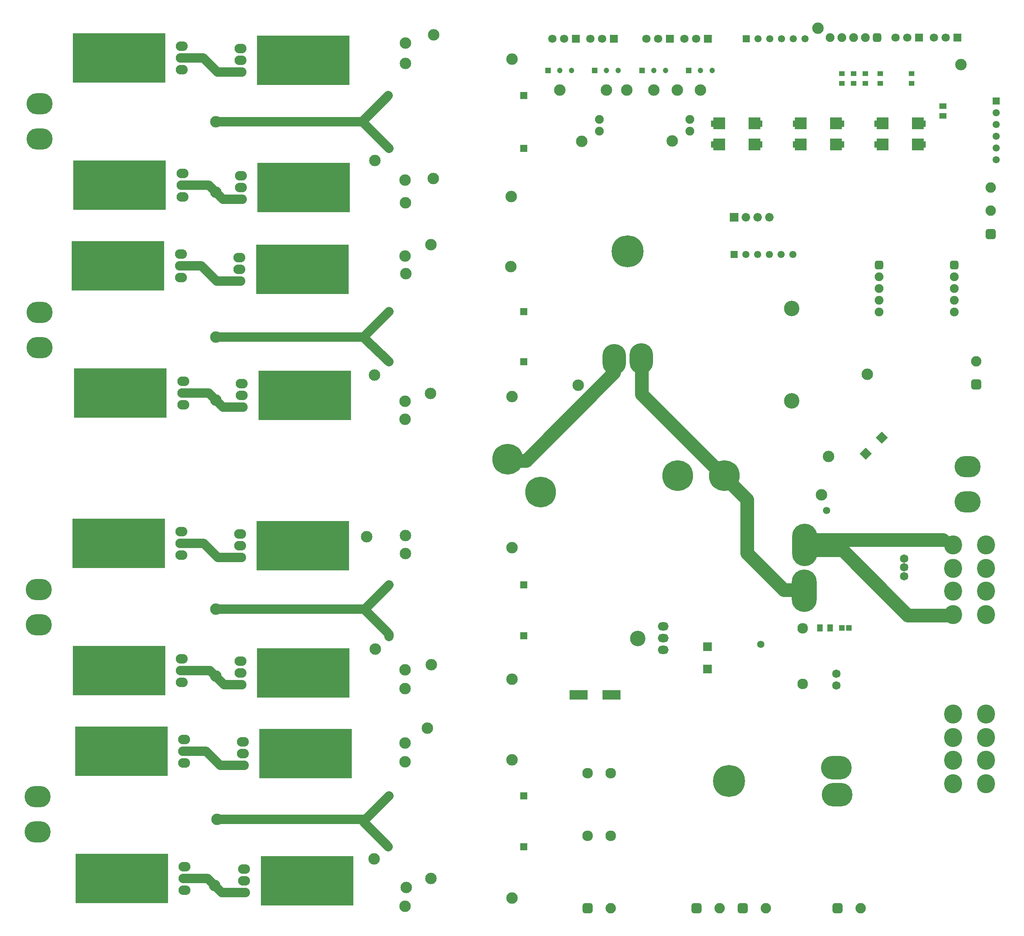
<source format=gbr>
%TF.GenerationSoftware,Altium Limited,Altium Designer,21.6.4 (81)*%
G04 Layer_Color=8388736*
%FSLAX43Y43*%
%MOMM*%
%TF.SameCoordinates,A962B9D3-E780-4B03-8A10-E236CC36F35F*%
%TF.FilePolarity,Negative*%
%TF.FileFunction,Soldermask,Top*%
%TF.Part,Single*%
G01*
G75*
%TA.AperFunction,SMDPad,CuDef*%
%ADD12R,1.157X1.508*%
%ADD15R,1.200X1.100*%
%ADD16R,1.508X1.157*%
%ADD17R,4.000X2.000*%
%ADD18R,2.108X1.397*%
%TA.AperFunction,ComponentPad*%
%ADD57R,1.550X1.550*%
%ADD58C,1.550*%
%ADD63C,1.200*%
%ADD64R,1.200X1.200*%
%ADD66R,1.550X1.550*%
%TA.AperFunction,NonConductor*%
%ADD141C,0.254*%
%ADD145C,2.000*%
%TA.AperFunction,ComponentPad*%
%ADD158C,2.489*%
%ADD159C,2.300*%
%ADD160O,5.380X9.190*%
%ADD161C,1.824*%
%ADD162C,6.650*%
%ADD163O,3.856X4.110*%
%ADD164R,1.800X1.800*%
%ADD165C,1.800*%
%ADD166C,2.250*%
G04:AMPARAMS|DCode=167|XSize=2.25mm|YSize=2.25mm|CornerRadius=0.638mm|HoleSize=0mm|Usage=FLASHONLY|Rotation=0.000|XOffset=0mm|YOffset=0mm|HoleType=Round|Shape=RoundedRectangle|*
%AMROUNDEDRECTD167*
21,1,2.250,0.975,0,0,0.0*
21,1,0.975,2.250,0,0,0.0*
1,1,1.275,0.488,-0.488*
1,1,1.275,-0.488,-0.488*
1,1,1.275,-0.488,0.488*
1,1,1.275,0.488,0.488*
%
%ADD167ROUNDEDRECTD167*%
%ADD168O,5.634X4.618*%
%ADD169C,1.900*%
G04:AMPARAMS|DCode=170|XSize=1.9mm|YSize=1.9mm|CornerRadius=0.55mm|HoleSize=0mm|Usage=FLASHONLY|Rotation=270.000|XOffset=0mm|YOffset=0mm|HoleType=Round|Shape=RoundedRectangle|*
%AMROUNDEDRECTD170*
21,1,1.900,0.800,0,0,270.0*
21,1,0.800,1.900,0,0,270.0*
1,1,1.100,-0.400,-0.400*
1,1,1.100,-0.400,0.400*
1,1,1.100,0.400,0.400*
1,1,1.100,0.400,-0.400*
%
%ADD170ROUNDEDRECTD170*%
%ADD171C,6.904*%
%ADD172O,5.126X6.650*%
%ADD173C,3.348*%
%ADD174O,6.650X5.126*%
%ADD175O,2.586X2.078*%
%ADD176C,4.872*%
%ADD178R,2.586X2.586*%
G04:AMPARAMS|DCode=179|XSize=1.9mm|YSize=1.9mm|CornerRadius=0.55mm|HoleSize=0mm|Usage=FLASHONLY|Rotation=180.000|XOffset=0mm|YOffset=0mm|HoleType=Round|Shape=RoundedRectangle|*
%AMROUNDEDRECTD179*
21,1,1.900,0.800,0,0,180.0*
21,1,0.800,1.900,0,0,180.0*
1,1,1.100,-0.400,0.400*
1,1,1.100,0.400,0.400*
1,1,1.100,0.400,-0.400*
1,1,1.100,-0.400,-0.400*
%
%ADD179ROUNDEDRECTD179*%
%ADD180C,1.850*%
%ADD181R,1.850X1.850*%
G04:AMPARAMS|DCode=182|XSize=2.25mm|YSize=2.25mm|CornerRadius=0.638mm|HoleSize=0mm|Usage=FLASHONLY|Rotation=90.000|XOffset=0mm|YOffset=0mm|HoleType=Round|Shape=RoundedRectangle|*
%AMROUNDEDRECTD182*
21,1,2.250,0.975,0,0,90.0*
21,1,0.975,2.250,0,0,90.0*
1,1,1.275,0.488,0.488*
1,1,1.275,0.488,-0.488*
1,1,1.275,-0.488,-0.488*
1,1,1.275,-0.488,0.488*
%
%ADD182ROUNDEDRECTD182*%
%TA.AperFunction,ViaPad*%
%ADD183C,1.570*%
%TA.AperFunction,NonConductor*%
%ADD188R,20.066X10.668*%
%ADD192C,3.000*%
%TA.AperFunction,SMDPad,CuDef*%
%ADD193R,1.150X1.200*%
%ADD194R,1.824X1.824*%
%ADD195P,2.580X4X270.0*%
%TA.AperFunction,ComponentPad*%
%ADD196O,2.332X1.824*%
D12*
X175724Y67075D02*
D03*
X177876D02*
D03*
D15*
X182995Y184875D02*
D03*
Y186975D02*
D03*
X195475Y184850D02*
D03*
Y186950D02*
D03*
X188700Y184875D02*
D03*
Y186975D02*
D03*
X185535D02*
D03*
Y184875D02*
D03*
X180455D02*
D03*
Y186975D02*
D03*
D16*
X202299Y177808D02*
D03*
Y179959D02*
D03*
D17*
X130625Y52600D02*
D03*
X123525D02*
D03*
D18*
X170828Y176149D02*
D03*
Y171679D02*
D03*
X179922D02*
D03*
Y176149D02*
D03*
X153175D02*
D03*
Y171679D02*
D03*
X162269D02*
D03*
Y176149D02*
D03*
X188481D02*
D03*
Y171679D02*
D03*
X197575D02*
D03*
Y176149D02*
D03*
D57*
X111680Y19775D02*
D03*
Y65375D02*
D03*
Y76375D02*
D03*
Y30775D02*
D03*
Y124625D02*
D03*
Y135525D02*
D03*
Y170825D02*
D03*
Y182225D02*
D03*
X157120Y147850D02*
D03*
X159754Y194488D02*
D03*
D58*
X82570Y19775D02*
D03*
Y65375D02*
D03*
Y76375D02*
D03*
Y30775D02*
D03*
Y124625D02*
D03*
Y135525D02*
D03*
Y170825D02*
D03*
Y182225D02*
D03*
X159660Y147850D02*
D03*
X162200D02*
D03*
X164740D02*
D03*
X167280D02*
D03*
X169820Y147850D02*
D03*
X172454Y194488D02*
D03*
X169914D02*
D03*
X167374D02*
D03*
X164834D02*
D03*
X162294D02*
D03*
X213775Y178490D02*
D03*
Y175950D02*
D03*
Y173410D02*
D03*
Y170870D02*
D03*
Y168330D02*
D03*
D63*
X142355Y187630D02*
D03*
X139815D02*
D03*
X122035D02*
D03*
X119495D02*
D03*
X152388D02*
D03*
X149848D02*
D03*
X132068D02*
D03*
X129528D02*
D03*
D64*
X137275D02*
D03*
X116955D02*
D03*
X147308D02*
D03*
X126988D02*
D03*
D66*
X213775Y181030D02*
D03*
D141*
X45729Y37396D02*
X50902D01*
X42746Y40379D02*
X45729Y37396D01*
X38318Y40379D02*
X42746D01*
D145*
X82574Y65220D02*
Y65751D01*
X77370Y70955D02*
X82574Y65751D01*
X77370Y70955D02*
Y71175D01*
X82570Y76375D01*
X45125Y71175D02*
X77370D01*
X77096Y129896D02*
X77145D01*
X77096D02*
X82570Y124625D01*
X77071Y130025D02*
X82570Y135525D01*
X45125Y130025D02*
X77071D01*
X76933Y25275D02*
X82433Y19775D01*
X45675Y25700D02*
X77495D01*
X82570Y30775D01*
X76793Y176602D02*
X82570Y170825D01*
X76950Y176445D02*
Y176600D01*
X45125D02*
X76950D01*
X76793Y176602D02*
X82415Y182225D01*
X45294Y142131D02*
X50249D01*
X42046Y145379D02*
X45294Y142131D01*
X37601Y145379D02*
X42046D01*
X46649Y159831D02*
X50549D01*
X43601Y162879D02*
X46650Y159830D01*
X37901Y162879D02*
X43601D01*
X45519Y187331D02*
X50449D01*
X42471Y190379D02*
X45519Y187331D01*
X37801Y190379D02*
X42471D01*
X46701Y114831D02*
X50749D01*
X43653Y117879D02*
X46701Y114831D01*
X38101Y117879D02*
X43653D01*
X45555Y82320D02*
X50567D01*
X42496Y85379D02*
X45555Y82320D01*
X37701Y85379D02*
X42496D01*
X46404Y9831D02*
X51249D01*
X43356Y12879D02*
X46404Y9831D01*
X38401Y12879D02*
X43356D01*
X46112Y37331D02*
X50966D01*
X43064Y40379D02*
X46112Y37331D01*
X38318Y40379D02*
X43064D01*
X50902Y37396D02*
X50966Y37331D01*
X46930Y54831D02*
X50449D01*
X43882Y57879D02*
X46930Y54831D01*
X37801Y57879D02*
X43882D01*
D158*
X123450Y119550D02*
D03*
X109125Y84425D02*
D03*
Y117150D02*
D03*
X86122Y87054D02*
D03*
X77775Y86774D02*
D03*
X86000Y112231D02*
D03*
X91500Y117827D02*
D03*
X86012Y116150D02*
D03*
X177550Y104150D02*
D03*
X109125Y56025D02*
D03*
X45125Y71175D02*
D03*
Y130025D02*
D03*
X86100Y189213D02*
D03*
X86000Y6885D02*
D03*
X45125Y176600D02*
D03*
X86125Y158996D02*
D03*
X86275Y10968D02*
D03*
X86175Y143675D02*
D03*
X86101Y83176D02*
D03*
X86000Y38091D02*
D03*
X108875Y145225D02*
D03*
X45375Y25700D02*
D03*
X86012Y147516D02*
D03*
X79550Y168150D02*
D03*
X79582Y62525D02*
D03*
X86025Y53996D02*
D03*
X45125Y161355D02*
D03*
Y56636D02*
D03*
X108940Y160400D02*
D03*
X86000Y163965D02*
D03*
X86012Y58015D02*
D03*
X92100Y164250D02*
D03*
X91700Y59127D02*
D03*
X109125Y190075D02*
D03*
X86100Y193606D02*
D03*
X92250Y195375D02*
D03*
X79450Y121800D02*
D03*
X79325Y17150D02*
D03*
X45125Y116330D02*
D03*
X44881Y11355D02*
D03*
X109125Y8625D02*
D03*
X91600Y12900D02*
D03*
X109125Y38526D02*
D03*
X86000Y42190D02*
D03*
X91627Y149949D02*
D03*
X90825Y45375D02*
D03*
X139815Y183439D02*
D03*
X119495D02*
D03*
X149848D02*
D03*
X129528D02*
D03*
X143803Y172392D02*
D03*
X124249Y172344D02*
D03*
X144895Y183439D02*
D03*
X133973D02*
D03*
X206180Y188920D02*
D03*
X175244Y196825D02*
D03*
X185925Y121950D02*
D03*
X176025Y95875D02*
D03*
D159*
X171950Y67000D02*
D03*
Y55000D02*
D03*
X130500Y22125D02*
D03*
X125500D02*
D03*
X130500Y35650D02*
D03*
X125500D02*
D03*
D160*
X172289Y75093D02*
D03*
X172416Y84999D02*
D03*
D161*
X193879Y78268D02*
D03*
Y80173D02*
D03*
Y82078D02*
D03*
X179250Y57175D02*
D03*
Y54675D02*
D03*
D162*
X108229Y103536D02*
D03*
X115300Y96464D02*
D03*
X145000Y100000D02*
D03*
X155000D02*
D03*
D163*
X204444Y43413D02*
D03*
Y48493D02*
D03*
X211556Y43413D02*
D03*
Y48493D02*
D03*
X204444Y33413D02*
D03*
Y38493D02*
D03*
X211556Y33413D02*
D03*
Y38493D02*
D03*
X204444Y79960D02*
D03*
Y85040D02*
D03*
X211556Y79960D02*
D03*
Y85040D02*
D03*
X204444Y69960D02*
D03*
Y75040D02*
D03*
X211556Y69960D02*
D03*
Y75040D02*
D03*
D164*
X205430Y194750D02*
D03*
X197140D02*
D03*
X122924Y194488D02*
D03*
X151499D02*
D03*
X143244D02*
D03*
X131179D02*
D03*
D165*
X202890Y194750D02*
D03*
X200350D02*
D03*
X194600D02*
D03*
X192060D02*
D03*
X120384Y194488D02*
D03*
X117844D02*
D03*
X148959D02*
D03*
X146419D02*
D03*
X138164D02*
D03*
X140704D02*
D03*
X126099D02*
D03*
X128639D02*
D03*
D166*
X154025Y6500D02*
D03*
X130500D02*
D03*
X164025D02*
D03*
X212575Y162300D02*
D03*
Y157300D02*
D03*
X209500Y124775D02*
D03*
X184500Y6500D02*
D03*
D167*
X149025D02*
D03*
X125500D02*
D03*
X159025D02*
D03*
X179500D02*
D03*
D168*
X207650Y94350D02*
D03*
Y101970D02*
D03*
X7025Y180495D02*
D03*
Y172875D02*
D03*
X7050Y135325D02*
D03*
Y127705D02*
D03*
X6900Y75375D02*
D03*
Y67755D02*
D03*
X6575Y30625D02*
D03*
Y23005D02*
D03*
D169*
X204770Y140525D02*
D03*
Y143065D02*
D03*
Y137985D02*
D03*
Y135445D02*
D03*
X182995Y194742D02*
D03*
X185535D02*
D03*
X180455D02*
D03*
X177915D02*
D03*
X188495Y135435D02*
D03*
Y137975D02*
D03*
Y143055D02*
D03*
Y140515D02*
D03*
X147562Y177089D02*
D03*
Y174549D02*
D03*
X128004Y177089D02*
D03*
Y174549D02*
D03*
D170*
X204770Y145605D02*
D03*
X188495Y145595D02*
D03*
D171*
X134160Y148539D02*
D03*
X156025Y33975D02*
D03*
D172*
X131239Y125171D02*
D03*
X137081Y125298D02*
D03*
D173*
X169625Y136140D02*
D03*
Y116201D02*
D03*
X136339Y64783D02*
D03*
D174*
X179266Y36896D02*
D03*
X179393Y31054D02*
D03*
D175*
X50749Y114831D02*
D03*
Y117371D02*
D03*
Y119911D02*
D03*
X38101Y120419D02*
D03*
Y117879D02*
D03*
Y115339D02*
D03*
X37601Y147919D02*
D03*
Y145379D02*
D03*
Y142839D02*
D03*
X50249Y142131D02*
D03*
Y144671D02*
D03*
Y147211D02*
D03*
X51249Y9831D02*
D03*
Y12371D02*
D03*
Y14911D02*
D03*
X38401Y10339D02*
D03*
Y12879D02*
D03*
Y15419D02*
D03*
X38318Y37839D02*
D03*
Y40379D02*
D03*
Y42919D02*
D03*
X50966Y37331D02*
D03*
Y39871D02*
D03*
Y42411D02*
D03*
X37901Y160339D02*
D03*
Y162879D02*
D03*
Y165419D02*
D03*
X37801Y55339D02*
D03*
Y57879D02*
D03*
Y60419D02*
D03*
X50549Y164911D02*
D03*
Y162371D02*
D03*
Y159831D02*
D03*
X50449Y54831D02*
D03*
Y57371D02*
D03*
Y59911D02*
D03*
X37801Y187839D02*
D03*
Y190379D02*
D03*
Y192919D02*
D03*
X37701Y82839D02*
D03*
Y85379D02*
D03*
Y87919D02*
D03*
X50449Y192411D02*
D03*
Y189871D02*
D03*
Y187331D02*
D03*
X50349Y87411D02*
D03*
Y84871D02*
D03*
Y82331D02*
D03*
D176*
X70942Y117371D02*
D03*
X17908Y117879D02*
D03*
X17408Y145379D02*
D03*
X70442Y144671D02*
D03*
X71442Y12371D02*
D03*
X18208Y12879D02*
D03*
X18125Y40379D02*
D03*
X71159Y39871D02*
D03*
X17708Y162879D02*
D03*
X17608Y57879D02*
D03*
X70742Y162371D02*
D03*
X70642Y57371D02*
D03*
X17608Y190379D02*
D03*
X17508Y85379D02*
D03*
X70642Y189871D02*
D03*
X70542Y84871D02*
D03*
D178*
X179185Y176200D02*
D03*
Y171628D02*
D03*
X171565D02*
D03*
Y176200D02*
D03*
X161532D02*
D03*
Y171628D02*
D03*
X153912D02*
D03*
Y176200D02*
D03*
X196838D02*
D03*
Y171628D02*
D03*
X189218D02*
D03*
Y176200D02*
D03*
D179*
X188075Y194742D02*
D03*
D180*
X164740Y155873D02*
D03*
X162200D02*
D03*
X159660D02*
D03*
D181*
X157120D02*
D03*
D182*
X212575Y152300D02*
D03*
X209500Y119775D02*
D03*
D183*
X162900Y63550D02*
D03*
X177168Y92450D02*
D03*
D188*
X64338Y117371D02*
D03*
X24512Y117878D02*
D03*
X24012Y145379D02*
D03*
X63838Y144671D02*
D03*
X64838Y12371D02*
D03*
X24812Y12879D02*
D03*
X24729Y40378D02*
D03*
X64554Y39871D02*
D03*
X24312Y162879D02*
D03*
X24212Y57878D02*
D03*
X64137Y162371D02*
D03*
X64038Y57371D02*
D03*
X24212Y190379D02*
D03*
X24112Y85378D02*
D03*
X64037Y189871D02*
D03*
X63938Y84871D02*
D03*
D192*
X107875Y103650D02*
X108271Y103254D01*
X112179D01*
X131175Y122250D01*
Y124950D01*
X194667Y69833D02*
X204415D01*
X191875Y72625D02*
X194667Y69833D01*
X173925Y86125D02*
X202250D01*
X173150Y83925D02*
X180575D01*
X191875Y72625D01*
X107875Y103650D02*
X108803D01*
X130103Y124950D02*
X131175D01*
X137140Y117635D02*
Y125389D01*
Y117635D02*
X159950Y94825D01*
Y83275D02*
Y94825D01*
Y83275D02*
X167942Y75283D01*
X171600D01*
D193*
X180401Y67075D02*
D03*
X181951D02*
D03*
D194*
X151375Y63025D02*
D03*
Y58199D02*
D03*
D195*
X185619Y104793D02*
D03*
X189032Y108206D02*
D03*
D196*
X141800Y67450D02*
D03*
Y64910D02*
D03*
Y62370D02*
D03*
%TF.MD5,b35a2f35693f4a2536d10c1580d5ebf2*%
M02*

</source>
